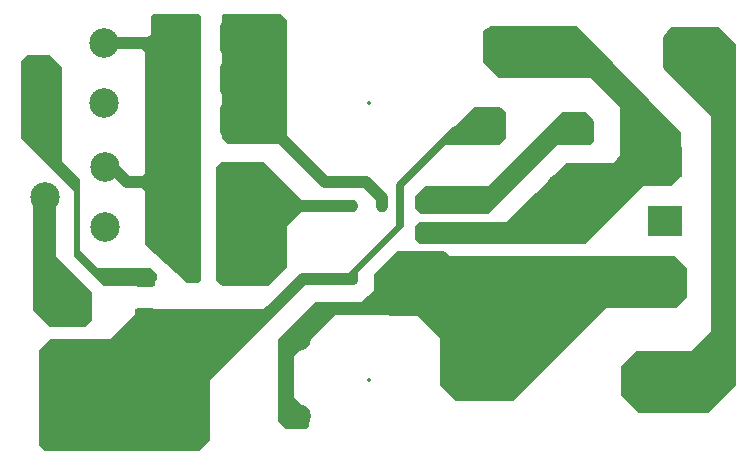
<source format=gtl>
%TF.GenerationSoftware,KiCad,Pcbnew,8.0.5*%
%TF.CreationDate,2024-11-11T20:50:24-03:00*%
%TF.ProjectId,Dimmer  PHD Equipamentos,44696d6d-6572-4202-9050-484420457175,rev?*%
%TF.SameCoordinates,Original*%
%TF.FileFunction,Copper,L1,Top*%
%TF.FilePolarity,Positive*%
%FSLAX46Y46*%
G04 Gerber Fmt 4.6, Leading zero omitted, Abs format (unit mm)*
G04 Created by KiCad (PCBNEW 8.0.5) date 2024-11-11 20:50:24*
%MOMM*%
%LPD*%
G01*
G04 APERTURE LIST*
G04 Aperture macros list*
%AMRoundRect*
0 Rectangle with rounded corners*
0 $1 Rounding radius*
0 $2 $3 $4 $5 $6 $7 $8 $9 X,Y pos of 4 corners*
0 Add a 4 corners polygon primitive as box body*
4,1,4,$2,$3,$4,$5,$6,$7,$8,$9,$2,$3,0*
0 Add four circle primitives for the rounded corners*
1,1,$1+$1,$2,$3*
1,1,$1+$1,$4,$5*
1,1,$1+$1,$6,$7*
1,1,$1+$1,$8,$9*
0 Add four rect primitives between the rounded corners*
20,1,$1+$1,$2,$3,$4,$5,0*
20,1,$1+$1,$4,$5,$6,$7,0*
20,1,$1+$1,$6,$7,$8,$9,0*
20,1,$1+$1,$8,$9,$2,$3,0*%
G04 Aperture macros list end*
%TA.AperFunction,SMDPad,CuDef*%
%ADD10RoundRect,0.250000X-0.400000X-1.075000X0.400000X-1.075000X0.400000X1.075000X-0.400000X1.075000X0*%
%TD*%
%TA.AperFunction,ComponentPad*%
%ADD11C,2.500000*%
%TD*%
%TA.AperFunction,ComponentPad*%
%ADD12C,2.000000*%
%TD*%
%TA.AperFunction,ComponentPad*%
%ADD13C,3.000000*%
%TD*%
%TA.AperFunction,SMDPad,CuDef*%
%ADD14RoundRect,0.250000X-0.625000X0.400000X-0.625000X-0.400000X0.625000X-0.400000X0.625000X0.400000X0*%
%TD*%
%TA.AperFunction,ComponentPad*%
%ADD15R,3.000000X2.600000*%
%TD*%
%TA.AperFunction,ComponentPad*%
%ADD16R,2.600000X2.600000*%
%TD*%
%TA.AperFunction,SMDPad,CuDef*%
%ADD17RoundRect,0.200000X0.200000X-0.300000X0.200000X0.300000X-0.200000X0.300000X-0.200000X-0.300000X0*%
%TD*%
%TA.AperFunction,ComponentPad*%
%ADD18R,2.000000X1.600000*%
%TD*%
%TA.AperFunction,ComponentPad*%
%ADD19O,2.000000X1.600000*%
%TD*%
%TA.AperFunction,ComponentPad*%
%ADD20R,2.000000X1.905000*%
%TD*%
%TA.AperFunction,ComponentPad*%
%ADD21O,2.000000X1.905000*%
%TD*%
%TA.AperFunction,ViaPad*%
%ADD22C,0.800000*%
%TD*%
%TA.AperFunction,Conductor*%
%ADD23C,1.000000*%
%TD*%
%TA.AperFunction,Conductor*%
%ADD24C,0.500000*%
%TD*%
%TA.AperFunction,Conductor*%
%ADD25C,0.200000*%
%TD*%
%ADD26C,0.350000*%
G04 APERTURE END LIST*
D10*
%TO.P,R7,1*%
%TO.N,Net-(J1-Pin_1)*%
X133950000Y-82500000D03*
%TO.P,R7,2*%
%TO.N,Net-(D2-+)*%
X137050000Y-82500000D03*
%TD*%
%TO.P,R4,1*%
%TO.N,Net-(J1-Pin_1)*%
X133900000Y-94750000D03*
%TO.P,R4,2*%
%TO.N,Net-(D2--)*%
X137000000Y-94750000D03*
%TD*%
D11*
%TO.P,C1,1*%
%TO.N,Net-(D1-K)*%
X133000000Y-108000000D03*
D12*
%TO.P,C1,2*%
%TO.N,Net-(J1-Pin_3)*%
X143000000Y-108000000D03*
%TD*%
D13*
%TO.P,R3,1*%
%TO.N,Net-(J1-Pin_1)*%
X161380000Y-84000000D03*
%TO.P,R3,2*%
%TO.N,Net-(CSP1-Pad2)*%
X176620000Y-84000000D03*
%TD*%
D11*
%TO.P,VARISTOR1,1*%
%TO.N,Net-(J1-Pin_3)*%
X163800000Y-102750000D03*
%TO.P,VARISTOR1,2*%
%TO.N,Net-(J1-Pin_1)*%
X165200000Y-95250000D03*
%TD*%
%TO.P,MINIMO,1,1*%
%TO.N,Net-(J1-Pin_1)*%
X126500000Y-83000000D03*
%TO.P,MINIMO,2,2*%
%TO.N,Net-(MINIMO1-Pad2)*%
X121420000Y-85540000D03*
%TO.P,MINIMO,3,3*%
%TO.N,unconnected-(MINIMO1-Pad3)*%
X126500000Y-88080000D03*
%TD*%
D14*
%TO.P,R8,1*%
%TO.N,Net-(MINIMO1-Pad2)*%
X130000000Y-102950000D03*
%TO.P,R8,2*%
%TO.N,Net-(D1-K)*%
X130000000Y-106050000D03*
%TD*%
D15*
%TO.P,J1,1,Pin_1*%
%TO.N,Net-(J1-Pin_1)*%
X174000000Y-93000000D03*
%TO.P,J1,2,Pin_2*%
%TO.N,unconnected-(J1-Pin_2-Pad2)*%
X174000000Y-98000000D03*
D16*
%TO.P,J1,3,Pin_3*%
%TO.N,Net-(J1-Pin_3)*%
X174000000Y-103000000D03*
%TD*%
D11*
%TO.P,MAXIMO,1,1*%
%TO.N,Net-(J1-Pin_1)*%
X126655000Y-93460000D03*
%TO.P,MAXIMO,2,2*%
%TO.N,Net-(J2-Pin_1)*%
X121575000Y-96000000D03*
%TO.P,MAXIMO,3,3*%
%TO.N,unconnected-(MAXIMO1-Pad3)*%
X126655000Y-98540000D03*
%TD*%
D10*
%TO.P,R1,1*%
%TO.N,Net-(J1-Pin_1)*%
X133950000Y-101750000D03*
%TO.P,R1,2*%
%TO.N,Net-(D2--)*%
X137050000Y-101750000D03*
%TD*%
D11*
%TO.P,C2,1*%
%TO.N,Net-(D1-K)*%
X133000000Y-114500000D03*
D12*
%TO.P,C2,2*%
%TO.N,Net-(J1-Pin_3)*%
X143000000Y-114500000D03*
%TD*%
D10*
%TO.P,R2,1*%
%TO.N,Net-(J1-Pin_1)*%
X133950000Y-98250000D03*
%TO.P,R2,2*%
%TO.N,Net-(D2--)*%
X137050000Y-98250000D03*
%TD*%
D13*
%TO.P,CSP1,1*%
%TO.N,Net-(J1-Pin_3)*%
X158500000Y-111500000D03*
%TO.P,CSP1,2*%
%TO.N,Net-(CSP1-Pad2)*%
X173500000Y-111500000D03*
%TD*%
D17*
%TO.P,D2,1*%
%TO.N,Net-(D1-K)*%
X147500000Y-102900000D03*
%TO.P,D2,2*%
%TO.N,Net-(J1-Pin_3)*%
X150040000Y-102900000D03*
%TO.P,D2,3,+*%
%TO.N,Net-(D2-+)*%
X150040000Y-96750000D03*
%TO.P,D2,4,-*%
%TO.N,Net-(D2--)*%
X147500000Y-96750000D03*
%TD*%
D15*
%TO.P,J2,1,Pin_1*%
%TO.N,Net-(J2-Pin_1)*%
X123500000Y-105000000D03*
%TO.P,J2,2,Pin_2*%
%TO.N,Net-(D1-K)*%
X123500000Y-110000000D03*
%TO.P,J2,3,Pin_3*%
X123500000Y-115000000D03*
%TD*%
D10*
%TO.P,R6,1*%
%TO.N,Net-(J1-Pin_1)*%
X133950000Y-86000000D03*
%TO.P,R6,2*%
%TO.N,Net-(D2-+)*%
X137050000Y-86000000D03*
%TD*%
D18*
%TO.P,D1,1,K*%
%TO.N,Net-(D1-K)*%
X159190000Y-90250000D03*
D19*
%TO.P,D1,2,A*%
%TO.N,Net-(D1-A)*%
X166810000Y-90250000D03*
%TD*%
D10*
%TO.P,R5,1*%
%TO.N,Net-(J1-Pin_1)*%
X133900000Y-89500000D03*
%TO.P,R5,2*%
%TO.N,Net-(D2-+)*%
X137000000Y-89500000D03*
%TD*%
D20*
%TO.P,Q1,1,A1*%
%TO.N,Net-(J1-Pin_3)*%
X154250000Y-101580000D03*
D21*
%TO.P,Q1,2,A2*%
%TO.N,Net-(J1-Pin_1)*%
X154250000Y-99040000D03*
%TO.P,Q1,3,G*%
%TO.N,Net-(D1-A)*%
X154250000Y-96500000D03*
%TD*%
D22*
%TO.N,Net-(D2--)*%
X137300000Y-101800000D03*
X139700000Y-98100000D03*
X137200000Y-98100000D03*
X137300000Y-94700000D03*
X139700000Y-94600000D03*
X139700000Y-101700000D03*
%TO.N,Net-(D2-+)*%
X137700000Y-89900000D03*
X137600000Y-85800000D03*
X140300000Y-85800000D03*
X140200000Y-89900000D03*
X140300000Y-82000000D03*
X137600000Y-82000000D03*
%TO.N,Net-(J1-Pin_1)*%
X133900000Y-89500000D03*
X131600000Y-86100000D03*
X133700000Y-101800000D03*
X133800000Y-94600000D03*
X133900000Y-86100000D03*
X131600000Y-94100000D03*
X131600000Y-97800000D03*
X133800000Y-98200000D03*
X131500000Y-89700000D03*
X131500000Y-83000000D03*
X131700000Y-100000000D03*
X133900000Y-82900000D03*
%TD*%
D23*
%TO.N,Net-(J1-Pin_3)*%
X150040000Y-102900000D02*
X152930000Y-102900000D01*
X158500000Y-111500000D02*
X163800000Y-106200000D01*
X142000000Y-109000000D02*
X143000000Y-108000000D01*
X145500000Y-105500000D02*
X148500000Y-105500000D01*
X163800000Y-102750000D02*
X165750000Y-102750000D01*
X143000000Y-114500000D02*
X142000000Y-113500000D01*
X166000000Y-103000000D02*
X174000000Y-103000000D01*
X152930000Y-102900000D02*
X154250000Y-101580000D01*
X162630000Y-101580000D02*
X163800000Y-102750000D01*
X154250000Y-101580000D02*
X162630000Y-101580000D01*
X142000000Y-113500000D02*
X142000000Y-109000000D01*
X143000000Y-108000000D02*
X145500000Y-105500000D01*
X165750000Y-102750000D02*
X166000000Y-103000000D01*
X150040000Y-103960000D02*
X150040000Y-102900000D01*
X163800000Y-106200000D02*
X163800000Y-102750000D01*
X148500000Y-105500000D02*
X150040000Y-103960000D01*
%TO.N,Net-(D1-K)*%
X143350000Y-102900000D02*
X147500000Y-102900000D01*
X133000000Y-108000000D02*
X138250000Y-108000000D01*
D24*
X151500000Y-95000000D02*
X151500000Y-98500000D01*
D23*
X132500000Y-115000000D02*
X133000000Y-114500000D01*
X131050000Y-106050000D02*
X133000000Y-108000000D01*
X130000000Y-106050000D02*
X131050000Y-106050000D01*
X138250000Y-108000000D02*
X143350000Y-102900000D01*
D24*
X159190000Y-90250000D02*
X156250000Y-90250000D01*
D23*
X123500000Y-115000000D02*
X132500000Y-115000000D01*
D24*
X151500000Y-98500000D02*
X147500000Y-102500000D01*
D23*
X133000000Y-108000000D02*
X133000000Y-114500000D01*
D24*
X156250000Y-90250000D02*
X151500000Y-95000000D01*
X147500000Y-102500000D02*
X147500000Y-102900000D01*
D23*
%TO.N,Net-(CSP1-Pad2)*%
X176000000Y-111500000D02*
X179000000Y-108500000D01*
X179000000Y-108500000D02*
X179000000Y-86380000D01*
X179000000Y-86380000D02*
X176620000Y-84000000D01*
X173500000Y-111500000D02*
X176000000Y-111500000D01*
%TO.N,Net-(D1-A)*%
X158500000Y-96500000D02*
X164750000Y-90250000D01*
X154250000Y-96500000D02*
X158500000Y-96500000D01*
X164750000Y-90250000D02*
X166810000Y-90250000D01*
%TO.N,Net-(D2--)*%
X137550000Y-96750000D02*
X137050000Y-96250000D01*
X147500000Y-96750000D02*
X137550000Y-96750000D01*
X137050000Y-94800000D02*
X137000000Y-94750000D01*
X137050000Y-96250000D02*
X137050000Y-94800000D01*
X137050000Y-101750000D02*
X137050000Y-96250000D01*
%TO.N,Net-(D2-+)*%
X145250000Y-94750000D02*
X140000000Y-89500000D01*
X137050000Y-82500000D02*
X137050000Y-89450000D01*
X150040000Y-96040000D02*
X148750000Y-94750000D01*
X148750000Y-94750000D02*
X145250000Y-94750000D01*
X137050000Y-89450000D02*
X137000000Y-89500000D01*
X140000000Y-89500000D02*
X137000000Y-89500000D01*
X150040000Y-96750000D02*
X150040000Y-96040000D01*
%TO.N,Net-(J1-Pin_1)*%
X131700000Y-94750000D02*
X128500000Y-94750000D01*
X166500000Y-84000000D02*
X174000000Y-91500000D01*
X161410000Y-99040000D02*
X165200000Y-95250000D01*
D25*
X133450000Y-83000000D02*
X133950000Y-82500000D01*
D23*
X128500000Y-94750000D02*
X127210000Y-93460000D01*
X133900000Y-94750000D02*
X131700000Y-94750000D01*
X131500000Y-83000000D02*
X133450000Y-83000000D01*
X154250000Y-99040000D02*
X161410000Y-99040000D01*
X174000000Y-91500000D02*
X174000000Y-93000000D01*
X133950000Y-101750000D02*
X133950000Y-82500000D01*
X161380000Y-84000000D02*
X166500000Y-84000000D01*
D25*
X127210000Y-93460000D02*
X126655000Y-93460000D01*
D23*
X126500000Y-83000000D02*
X131500000Y-83000000D01*
%TO.N,Net-(J2-Pin_1)*%
X121575000Y-103075000D02*
X121575000Y-96000000D01*
X123500000Y-105000000D02*
X121575000Y-103075000D01*
D24*
%TO.N,Net-(MINIMO1-Pad2)*%
X130000000Y-102950000D02*
X126450000Y-102950000D01*
X121420000Y-92420000D02*
X121420000Y-85540000D01*
X124000000Y-95000000D02*
X121420000Y-92420000D01*
%TD*%
%TA.AperFunction,Conductor*%
%TO.N,Net-(D1-K)*%
G36*
X160123542Y-88419685D02*
G01*
X160133965Y-88427172D01*
X160553462Y-88762770D01*
X160593514Y-88820019D01*
X160600000Y-88859597D01*
X160600000Y-90948638D01*
X160580315Y-91015677D01*
X160563681Y-91036319D01*
X160036319Y-91563681D01*
X159974996Y-91597166D01*
X159948638Y-91600000D01*
X155399999Y-91600000D01*
X151900000Y-95099999D01*
X151900000Y-98448638D01*
X151880315Y-98515677D01*
X151863681Y-98536319D01*
X148000000Y-102399999D01*
X148000000Y-103148638D01*
X147980315Y-103215677D01*
X147963681Y-103236319D01*
X147836319Y-103363681D01*
X147774996Y-103397166D01*
X147748638Y-103400000D01*
X147089374Y-103400000D01*
X147022335Y-103380315D01*
X146976580Y-103327511D01*
X146971737Y-103315212D01*
X146824839Y-102874519D01*
X146822315Y-102804698D01*
X146856763Y-102745704D01*
X151400000Y-98400000D01*
X151400000Y-95050248D01*
X151419685Y-94983209D01*
X151434976Y-94963930D01*
X157763464Y-88437678D01*
X157824265Y-88403254D01*
X157852484Y-88400000D01*
X160056503Y-88400000D01*
X160123542Y-88419685D01*
G37*
%TD.AperFunction*%
%TD*%
%TA.AperFunction,Conductor*%
%TO.N,Net-(D2--)*%
G36*
X140015677Y-93019685D02*
G01*
X140036319Y-93036319D01*
X143463681Y-96463681D01*
X143497166Y-96525004D01*
X143500000Y-96551362D01*
X143500000Y-96948638D01*
X143480315Y-97015677D01*
X143463681Y-97036319D01*
X142000000Y-98499999D01*
X142000000Y-101948638D01*
X141980315Y-102015677D01*
X141963681Y-102036319D01*
X140536319Y-103463681D01*
X140474996Y-103497166D01*
X140448638Y-103500000D01*
X136551362Y-103500000D01*
X136484323Y-103480315D01*
X136463681Y-103463681D01*
X136036319Y-103036319D01*
X136002834Y-102974996D01*
X136000000Y-102948638D01*
X136000000Y-93551362D01*
X136019685Y-93484323D01*
X136036319Y-93463681D01*
X136463681Y-93036319D01*
X136525004Y-93002834D01*
X136551362Y-93000000D01*
X139948638Y-93000000D01*
X140015677Y-93019685D01*
G37*
%TD.AperFunction*%
%TD*%
%TA.AperFunction,Conductor*%
%TO.N,Net-(J1-Pin_1)*%
G36*
X134516177Y-80520185D02*
G01*
X134536819Y-80536819D01*
X134713681Y-80713681D01*
X134747166Y-80775004D01*
X134750000Y-80801362D01*
X134750000Y-102948638D01*
X134730315Y-103015677D01*
X134713681Y-103036319D01*
X134536319Y-103213681D01*
X134474996Y-103247166D01*
X134448638Y-103250000D01*
X133548693Y-103250000D01*
X133481654Y-103230315D01*
X133464317Y-103216866D01*
X130039624Y-100036793D01*
X130003892Y-99976752D01*
X130000000Y-99945927D01*
X130000000Y-95500000D01*
X129536319Y-95036319D01*
X129502834Y-94974996D01*
X129500000Y-94948638D01*
X129500000Y-94551362D01*
X129519685Y-94484323D01*
X129536319Y-94463681D01*
X130000000Y-94000000D01*
X130000000Y-83750000D01*
X129536319Y-83286319D01*
X129502834Y-83224996D01*
X129500000Y-83198638D01*
X129500000Y-82826636D01*
X129519685Y-82759597D01*
X129568546Y-82715727D01*
X130499998Y-82250001D01*
X130500000Y-82250000D01*
X130500000Y-80801362D01*
X130519685Y-80734323D01*
X130536319Y-80713681D01*
X130713181Y-80536819D01*
X130774504Y-80503334D01*
X130800862Y-80500500D01*
X134449138Y-80500500D01*
X134516177Y-80520185D01*
G37*
%TD.AperFunction*%
%TD*%
%TA.AperFunction,Conductor*%
%TO.N,Net-(D1-A)*%
G36*
X167315677Y-88819685D02*
G01*
X167336319Y-88836319D01*
X167963681Y-89463681D01*
X167997166Y-89525004D01*
X168000000Y-89551362D01*
X168000000Y-91248638D01*
X167980315Y-91315677D01*
X167963681Y-91336319D01*
X167736319Y-91563681D01*
X167674996Y-91597166D01*
X167648638Y-91600000D01*
X164899999Y-91600000D01*
X159136319Y-97363681D01*
X159074996Y-97397166D01*
X159048638Y-97400000D01*
X153351362Y-97400000D01*
X153284323Y-97380315D01*
X153263681Y-97363681D01*
X152936319Y-97036319D01*
X152902834Y-96974996D01*
X152900000Y-96948638D01*
X152900000Y-95951362D01*
X152919685Y-95884323D01*
X152936319Y-95863681D01*
X153663681Y-95136319D01*
X153725004Y-95102834D01*
X153751362Y-95100000D01*
X158999999Y-95100000D01*
X159000000Y-95100000D01*
X165363803Y-88835630D01*
X165425388Y-88802630D01*
X165450791Y-88800000D01*
X167248638Y-88800000D01*
X167315677Y-88819685D01*
G37*
%TD.AperFunction*%
%TD*%
%TA.AperFunction,Conductor*%
%TO.N,Net-(MINIMO1-Pad2)*%
G36*
X122015677Y-84019685D02*
G01*
X122036319Y-84036319D01*
X122963681Y-84963681D01*
X122997166Y-85025004D01*
X123000000Y-85051362D01*
X123000000Y-93000000D01*
X124463681Y-94463681D01*
X124497166Y-94525004D01*
X124500000Y-94551362D01*
X124500000Y-97500000D01*
X124500000Y-100500000D01*
X126000000Y-102000000D01*
X130448638Y-102000000D01*
X130515677Y-102019685D01*
X130536319Y-102036319D01*
X130963681Y-102463681D01*
X130997166Y-102525004D01*
X131000000Y-102551362D01*
X131000000Y-102948638D01*
X130980315Y-103015677D01*
X130963681Y-103036319D01*
X130536319Y-103463681D01*
X130474996Y-103497166D01*
X130448638Y-103500000D01*
X126551362Y-103500000D01*
X126484323Y-103480315D01*
X126463681Y-103463681D01*
X124036319Y-101036319D01*
X124002834Y-100974996D01*
X124000000Y-100948638D01*
X124000000Y-95500000D01*
X119536319Y-91036319D01*
X119502834Y-90974996D01*
X119500000Y-90948638D01*
X119500000Y-84551362D01*
X119519685Y-84484323D01*
X119536319Y-84463681D01*
X119963681Y-84036319D01*
X120025004Y-84002834D01*
X120051362Y-84000000D01*
X121948638Y-84000000D01*
X122015677Y-84019685D01*
G37*
%TD.AperFunction*%
%TD*%
%TA.AperFunction,Conductor*%
%TO.N,Net-(D2-+)*%
G36*
X141516177Y-80520185D02*
G01*
X141536819Y-80536819D01*
X141963681Y-80963681D01*
X141997166Y-81025004D01*
X142000000Y-81051362D01*
X142000000Y-90948638D01*
X141980315Y-91015677D01*
X141963681Y-91036319D01*
X141536319Y-91463681D01*
X141474996Y-91497166D01*
X141448638Y-91500000D01*
X137051362Y-91500000D01*
X136984323Y-91480315D01*
X136963681Y-91463681D01*
X136536319Y-91036319D01*
X136502834Y-90974996D01*
X136500000Y-90948638D01*
X136500000Y-80624500D01*
X136519685Y-80557461D01*
X136572489Y-80511706D01*
X136624000Y-80500500D01*
X141449138Y-80500500D01*
X141516177Y-80520185D01*
G37*
%TD.AperFunction*%
%TD*%
%TA.AperFunction,Conductor*%
%TO.N,Net-(J1-Pin_3)*%
G36*
X155415677Y-100619685D02*
G01*
X155436319Y-100636319D01*
X155800000Y-101000000D01*
X152700000Y-101000000D01*
X150641176Y-106000000D01*
X146100000Y-106000000D01*
X146099999Y-106000000D01*
X142600000Y-109499999D01*
X142600000Y-112900000D01*
X143863681Y-114163681D01*
X143897166Y-114225004D01*
X143900000Y-114251362D01*
X143900000Y-115348638D01*
X143880315Y-115415677D01*
X143863681Y-115436319D01*
X143736319Y-115563681D01*
X143674996Y-115597166D01*
X143648638Y-115600000D01*
X141951362Y-115600000D01*
X141884323Y-115580315D01*
X141863681Y-115563681D01*
X141336319Y-115036319D01*
X141302834Y-114974996D01*
X141300000Y-114948638D01*
X141300000Y-108051362D01*
X141319685Y-107984323D01*
X141336319Y-107963681D01*
X144363681Y-104936319D01*
X144425004Y-104902834D01*
X144451362Y-104900000D01*
X148400000Y-104900000D01*
X149400000Y-103900000D01*
X149400000Y-102551362D01*
X149419685Y-102484323D01*
X149436319Y-102463681D01*
X151263681Y-100636319D01*
X151325004Y-100602834D01*
X151351362Y-100600000D01*
X155348638Y-100600000D01*
X155415677Y-100619685D01*
G37*
%TD.AperFunction*%
%TD*%
%TA.AperFunction,Conductor*%
%TO.N,Net-(D1-K)*%
G36*
X141267677Y-105519685D02*
G01*
X141313432Y-105572489D01*
X141323376Y-105641647D01*
X141294351Y-105705203D01*
X141288319Y-105711681D01*
X135500000Y-111499999D01*
X135500000Y-116448638D01*
X135480315Y-116515677D01*
X135463681Y-116536319D01*
X134536819Y-117463181D01*
X134475496Y-117496666D01*
X134449138Y-117499500D01*
X121550862Y-117499500D01*
X121483823Y-117479815D01*
X121463181Y-117463181D01*
X121036319Y-117036319D01*
X121002834Y-116974996D01*
X121000000Y-116948638D01*
X121000000Y-109051362D01*
X121019685Y-108984323D01*
X121036319Y-108963681D01*
X121963681Y-108036319D01*
X122025004Y-108002834D01*
X122051362Y-108000000D01*
X127000000Y-108000000D01*
X129463681Y-105536319D01*
X129525004Y-105502834D01*
X129551362Y-105500000D01*
X141200638Y-105500000D01*
X141267677Y-105519685D01*
G37*
%TD.AperFunction*%
%TD*%
%TA.AperFunction,Conductor*%
%TO.N,Net-(J1-Pin_1)*%
G36*
X166515094Y-81519685D02*
G01*
X166536435Y-81537023D01*
X172699539Y-87799532D01*
X172699996Y-87800002D01*
X171200000Y-88800000D01*
X168400000Y-85900000D01*
X168399999Y-85900000D01*
X159951362Y-85900000D01*
X159884323Y-85880315D01*
X159863681Y-85863681D01*
X158636319Y-84636319D01*
X158602834Y-84574996D01*
X158600000Y-84548638D01*
X158600000Y-82063813D01*
X158619685Y-81996774D01*
X158651926Y-81962910D01*
X159267664Y-81523097D01*
X159333658Y-81500149D01*
X159339738Y-81500000D01*
X166448055Y-81500000D01*
X166515094Y-81519685D01*
G37*
%TD.AperFunction*%
%TD*%
%TA.AperFunction,Conductor*%
%TO.N,Net-(J1-Pin_1)*%
G36*
X171200000Y-88800000D02*
G01*
X172699996Y-87800002D01*
X172700420Y-87800436D01*
X175365261Y-90563974D01*
X175397625Y-90625896D01*
X175400000Y-90650047D01*
X175400000Y-94148638D01*
X175380315Y-94215677D01*
X175363681Y-94236319D01*
X174536319Y-95063681D01*
X174474996Y-95097166D01*
X174448638Y-95100000D01*
X172199999Y-95100000D01*
X167336319Y-99963681D01*
X167274996Y-99997166D01*
X167248638Y-100000000D01*
X163400000Y-100000000D01*
X154600000Y-100000000D01*
X153351362Y-100000000D01*
X153284323Y-99980315D01*
X153263681Y-99963681D01*
X152936319Y-99636319D01*
X152902834Y-99574996D01*
X152900000Y-99548638D01*
X152900000Y-98451362D01*
X152919685Y-98384323D01*
X152936319Y-98363681D01*
X153163681Y-98136319D01*
X153225004Y-98102834D01*
X153251362Y-98100000D01*
X160600000Y-98100000D01*
X165763998Y-93134616D01*
X165825965Y-93102340D01*
X165849943Y-93100000D01*
X169700000Y-93100000D01*
X170200000Y-92400000D01*
X170200000Y-87906458D01*
X170209859Y-87858003D01*
X170234482Y-87800000D01*
X170234483Y-87800000D01*
X171200000Y-88800000D01*
G37*
%TD.AperFunction*%
%TD*%
%TA.AperFunction,Conductor*%
%TO.N,Net-(J1-Pin_3)*%
G36*
X174912185Y-101019685D02*
G01*
X174936899Y-101040589D01*
X175867753Y-102064528D01*
X175898283Y-102127374D01*
X175900000Y-102147939D01*
X175900000Y-104444775D01*
X175880315Y-104511814D01*
X175858952Y-104536943D01*
X174935369Y-105368168D01*
X174872370Y-105398384D01*
X174852417Y-105400000D01*
X168999999Y-105400000D01*
X161136319Y-113263681D01*
X161074996Y-113297166D01*
X161048638Y-113300000D01*
X157800000Y-113300000D01*
X156351362Y-113300000D01*
X156284323Y-113280315D01*
X156263681Y-113263681D01*
X155036319Y-112036319D01*
X155002834Y-111974996D01*
X155000000Y-111948638D01*
X155000000Y-108000000D01*
X153100000Y-106100000D01*
X150774341Y-106100000D01*
X150707302Y-106080315D01*
X150671311Y-106044998D01*
X150641176Y-106000000D01*
X152700000Y-101000000D01*
X155800000Y-101000000D01*
X174845146Y-101000000D01*
X174912185Y-101019685D01*
G37*
%TD.AperFunction*%
%TD*%
%TA.AperFunction,Conductor*%
%TO.N,Net-(CSP1-Pad2)*%
G36*
X178615677Y-81619685D02*
G01*
X178636319Y-81636319D01*
X179963681Y-82963681D01*
X179997166Y-83025004D01*
X180000000Y-83051362D01*
X180000000Y-111948638D01*
X179980315Y-112015677D01*
X179963681Y-112036319D01*
X177736319Y-114263681D01*
X177674996Y-114297166D01*
X177648638Y-114300000D01*
X171951362Y-114300000D01*
X171884323Y-114280315D01*
X171863681Y-114263681D01*
X170336319Y-112736319D01*
X170302834Y-112674996D01*
X170300000Y-112648638D01*
X170300000Y-110351362D01*
X170319685Y-110284323D01*
X170336319Y-110263681D01*
X171563681Y-109036319D01*
X171625004Y-109002834D01*
X171651362Y-109000000D01*
X176200000Y-109000000D01*
X177900000Y-107300000D01*
X177900000Y-89200000D01*
X177900000Y-89199999D01*
X173935243Y-85136124D01*
X173902518Y-85074392D01*
X173900000Y-85049532D01*
X173900000Y-82441333D01*
X173919685Y-82374294D01*
X173924800Y-82366933D01*
X174462800Y-81649600D01*
X174518771Y-81607779D01*
X174562000Y-81600000D01*
X178548638Y-81600000D01*
X178615677Y-81619685D01*
G37*
%TD.AperFunction*%
%TD*%
%TA.AperFunction,Conductor*%
%TO.N,Net-(J2-Pin_1)*%
G36*
X122015677Y-95019685D02*
G01*
X122036319Y-95036319D01*
X122463681Y-95463681D01*
X122497166Y-95525004D01*
X122500000Y-95551362D01*
X122500000Y-101000000D01*
X125463681Y-103963681D01*
X125497166Y-104025004D01*
X125500000Y-104051362D01*
X125500000Y-106448638D01*
X125480315Y-106515677D01*
X125463681Y-106536319D01*
X125036319Y-106963681D01*
X124974996Y-106997166D01*
X124948638Y-107000000D01*
X122051362Y-107000000D01*
X121984323Y-106980315D01*
X121963681Y-106963681D01*
X120536319Y-105536319D01*
X120502834Y-105474996D01*
X120500000Y-105448638D01*
X120500000Y-95551362D01*
X120519685Y-95484323D01*
X120536319Y-95463681D01*
X120963681Y-95036319D01*
X121025004Y-95002834D01*
X121051362Y-95000000D01*
X121948638Y-95000000D01*
X122015677Y-95019685D01*
G37*
%TD.AperFunction*%
%TD*%
D26*
X137300000Y-101800000D03*
X139700000Y-98100000D03*
X137200000Y-98100000D03*
X137300000Y-94700000D03*
X139700000Y-94600000D03*
X139700000Y-101700000D03*
X137700000Y-89900000D03*
X137600000Y-85800000D03*
X140300000Y-85800000D03*
X140200000Y-89900000D03*
X140300000Y-82000000D03*
X137600000Y-82000000D03*
X133900000Y-89500000D03*
X131600000Y-86100000D03*
X133700000Y-101800000D03*
X133800000Y-94600000D03*
X133900000Y-86100000D03*
X131600000Y-94100000D03*
X131600000Y-97800000D03*
X133800000Y-98200000D03*
X131500000Y-89700000D03*
X131500000Y-83000000D03*
X131700000Y-100000000D03*
X133900000Y-82900000D03*
X133000000Y-108000000D03*
X143000000Y-108000000D03*
X161380000Y-84000000D03*
X176620000Y-84000000D03*
X163800000Y-102750000D03*
X165200000Y-95250000D03*
X126500000Y-83000000D03*
X121420000Y-85540000D03*
X126500000Y-88080000D03*
X174000000Y-93000000D03*
X174000000Y-98000000D03*
X174000000Y-103000000D03*
X126655000Y-93460000D03*
X121575000Y-96000000D03*
X126655000Y-98540000D03*
X149000000Y-111500000D03*
X133000000Y-114500000D03*
X143000000Y-114500000D03*
X158500000Y-111500000D03*
X173500000Y-111500000D03*
X123500000Y-105000000D03*
X123500000Y-110000000D03*
X123500000Y-115000000D03*
X159190000Y-90250000D03*
X166810000Y-90250000D03*
X149000000Y-88000000D03*
X154250000Y-101580000D03*
X154250000Y-99040000D03*
X154250000Y-96500000D03*
M02*

</source>
